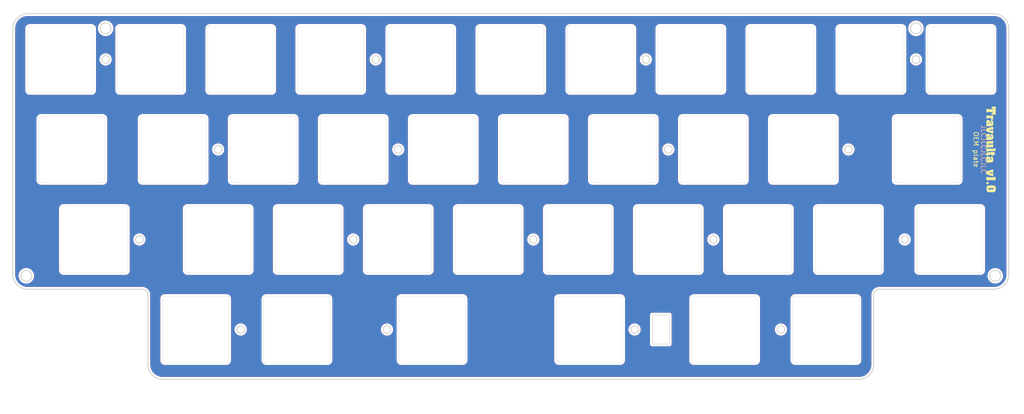
<source format=kicad_pcb>
(kicad_pcb (version 20240108) (generator "pcbnew") (generator_version "8.0")
  (layers (0 "F.Cu" signal) (31 "B.Cu" signal) (34 "B.Paste" user) (35 "F.Paste" user) (36 "B.SilkS" user "B.Silkscreen") (37 "F.SilkS" user "F.Silkscreen") (38 "B.Mask" user) (39 "F.Mask" user) (44 "Edge.Cuts" user))
  (net 0 "")
  (net 1 "GND")
  (footprint "PCM_marbastlib-xp-plate-mx:Plate_MX_1u" (layer "F.Cu") (at 201.6125 95.25)
    (property "Reference" "REF**" (hide yes))
    (property "Value" "Plate_MX_1u")
    (fp_line (start -7 -6.5) (end -7 6.5) (stroke (width 0.05)) (layer "Edge.Cuts"))
    (fp_line (start -6.5 7) (end 6.5 7) (stroke (width 0.05)) (layer "Edge.Cuts"))
    (fp_line (start 6.5 -7) (end -6.5 -7) (stroke (width 0.05)) (layer "Edge.Cuts"))
    (fp_line (start 7 6.5) (end 7 -6.5) (stroke (width 0.05)) (layer "Edge.Cuts"))
    (fp_arc (start -7 -6.5) (mid -6.853553 -6.853553) (end -6.5 -7) (stroke (width 0.05)) (layer "Edge.Cuts"))
    (fp_arc (start -6.497236 6.998884) (mid -6.850789 6.852437) (end -6.997236 6.498884) (stroke (width 0.05)) (layer "Edge.Cuts"))
    (fp_arc (start 6.5 -7) (mid 6.853553 -6.853553) (end 7 -6.5) (stroke (width 0.05)) (layer "Edge.Cuts"))
    (fp_arc (start 7 6.5) (mid 6.853553 6.853553) (end 6.5 7) (stroke (width 0.05)) (layer "Edge.Cuts"))
  )
  (footprint "PCM_marbastlib-xp-plate-mx:Plate_MX_1u" (layer "F.Cu") (at 144.4625 95.25)
    (property "Reference" "REF**" (hide yes))
    (property "Value" "Plate_MX_1u")
    (fp_line (start -7 -6.5) (end -7 6.5) (stroke (width 0.05)) (layer "Edge.Cuts"))
    (fp_line (start -6.5 7) (end 6.5 7) (stroke (width 0.05)) (layer "Edge.Cuts"))
    (fp_line (start 6.5 -7) (end -6.5 -7) (stroke (width 0.05)) (layer "Edge.Cuts"))
    (fp_line (start 7 6.5) (end 7 -6.5) (stroke (width 0.05)) (layer "Edge.Cuts"))
    (fp_arc (start -7 -6.5) (mid -6.853553 -6.853553) (end -6.5 -7) (stroke (width 0.05)) (layer "Edge.Cuts"))
    (fp_arc (start -6.497236 6.998884) (mid -6.850789 6.852437) (end -6.997236 6.498884) (stroke (width 0.05)) (layer "Edge.Cuts"))
    (fp_arc (start 6.5 -7) (mid 6.853553 -6.853553) (end 7 -6.5) (stroke (width 0.05)) (layer "Edge.Cuts"))
    (fp_arc (start 7 6.5) (mid 6.853553 6.853553) (end 6.5 7) (stroke (width 0.05)) (layer "Edge.Cuts"))
  )
  (footprint "PCM_marbastlib-xp-plate-mx:Plate_MX_1u" (layer "F.Cu") (at 211.1375 76.2)
    (property "Reference" "REF**" (hide yes))
    (property "Value" "Plate_MX_1u")
    (fp_line (start -7 -6.5) (end -7 6.5) (stroke (width 0.05)) (layer "Edge.Cuts"))
    (fp_line (start -6.5 7) (end 6.5 7) (stroke (width 0.05)) (layer "Edge.Cuts"))
    (fp_line (start 6.5 -7) (end -6.5 -7) (stroke (width 0.05)) (layer "Edge.Cuts"))
    (fp_line (start 7 6.5) (end 7 -6.5) (stroke (width 0.05)) (layer "Edge.Cuts"))
    (fp_arc (start -7 -6.5) (mid -6.853553 -6.853553) (end -6.5 -7) (stroke (width 0.05)) (layer "Edge.Cuts"))
    (fp_arc (start -6.497236 6.998884) (mid -6.850789 6.852437) (end -6.997236 6.498884) (stroke (width 0.05)) (layer "Edge.Cuts"))
    (fp_arc (start 6.5 -7) (mid 6.853553 -6.853553) (end 7 -6.5) (stroke (width 0.05)) (layer "Edge.Cuts"))
    (fp_arc (start 7 6.5) (mid 6.853553 6.853553) (end 6.5 7) (stroke (width 0.05)) (layer "Edge.Cuts"))
  )
  (footprint "PCM_marbastlib-xp-plate-mx:Plate_MX_1u" (layer "F.Cu") (at 163.5125 95.25)
    (property "Reference" "REF**" (hide yes))
    (property "Value" "Plate_MX_1u")
    (fp_line (start -7 -6.5) (end -7 6.5) (stroke (width 0.05)) (layer "Edge.Cuts"))
    (fp_line (start -6.5 7) (end 6.5 7) (stroke (width 0.05)) (layer "Edge.Cuts"))
    (fp_line (start 6.5 -7) (end -6.5 -7) (stroke (width 0.05)) (layer "Edge.Cuts"))
    (fp_line (start 7 6.5) (end 7 -6.5) (stroke (width 0.05)) (layer "Edge.Cuts"))
    (fp_arc (start -7 -6.5) (mid -6.853553 -6.853553) (end -6.5 -7) (stroke (width 0.05)) (layer "Edge.Cuts"))
    (fp_arc (start -6.497236 6.998884) (mid -6.850789 6.852437) (end -6.997236 6.498884) (stroke (width 0.05)) (layer "Edge.Cuts"))
    (fp_arc (start 6.5 -7) (mid 6.853553 -6.853553) (end 7 -6.5) (stroke (width 0.05)) (layer "Edge.Cuts"))
    (fp_arc (start 7 6.5) (mid 6.853553 6.853553) (end 6.5 7) (stroke (width 0.05)) (layer "Edge.Cuts"))
  )
  (footprint "PCM_marbastlib-xp-plate-mx:Plate_MX_1u" (layer "F.Cu") (at 111.125 57.15)
    (property "Reference" "REF**" (hide yes))
    (property "Value" "Plate_MX_1u")
    (fp_line (start -7 -6.5) (end -7 6.5) (stroke (width 0.05)) (layer "Edge.Cuts"))
    (fp_line (start -6.5 7) (end 6.5 7) (stroke (width 0.05)) (layer "Edge.Cuts"))
    (fp_line (start 6.5 -7) (end -6.5 -7) (stroke (width 0.05)) (layer "Edge.Cuts"))
    (fp_line (start 7 6.5) (end 7 -6.5) (stroke (width 0.05)) (layer "Edge.Cuts"))
    (fp_arc (start -7 -6.5) (mid -6.853553 -6.853553) (end -6.5 -7) (stroke (width 0.05)) (layer "Edge.Cuts"))
    (fp_arc (start -6.497236 6.998884) (mid -6.850789 6.852437) (end -6.997236 6.498884) (stroke (width 0.05)) (layer "Edge.Cuts"))
    (fp_arc (start 6.5 -7) (mid 6.853553 -6.853553) (end 7 -6.5) (stroke (width 0.05)) (layer "Edge.Cuts"))
    (fp_arc (start 7 6.5) (mid 6.853553 6.853553) (end 6.5 7) (stroke (width 0.05)) (layer "Edge.Cuts"))
  )
  (footprint "PCM_marbastlib-xp-plate-mx:Plate_MX_1u" (layer "F.Cu") (at 225.425 57.15)
    (property "Reference" "REF**" (hide yes))
    (property "Value" "Plate_MX_1u")
    (fp_line (start -7 -6.5) (end -7 6.5) (stroke (width 0.05)) (layer "Edge.Cuts"))
    (fp_line (start -6.5 7) (end 6.5 7) (stroke (width 0.05)) (layer "Edge.Cuts"))
    (fp_line (start 6.5 -7) (end -6.5 -7) (stroke (width 0.05)) (layer "Edge.Cuts"))
    (fp_line (start 7 6.5) (end 7 -6.5) (stroke (width 0.05)) (layer "Edge.Cuts"))
    (fp_arc (start -7 -6.5) (mid -6.853553 -6.853553) (end -6.5 -7) (stroke (width 0.05)) (layer "Edge.Cuts"))
    (fp_arc (start -6.497236 6.998884) (mid -6.850789 6.852437) (end -6.997236 6.498884) (stroke (width 0.05)) (layer "Edge.Cuts"))
    (fp_arc (start 6.5 -7) (mid 6.853553 -6.853553) (end 7 -6.5) (stroke (width 0.05)) (layer "Edge.Cuts"))
    (fp_arc (start 7 6.5) (mid 6.853553 6.853553) (end 6.5 7) (stroke (width 0.05)) (layer "Edge.Cuts"))
  )
  (footprint "PCM_marbastlib-xp-plate-mx:Plate_MX_1u" (layer "F.Cu") (at 187.325 57.15)
    (property "Reference" "REF**" (hide yes))
    (property "Value" "Plate_MX_1u")
    (fp_line (start -7 -6.5) (end -7 6.5) (stroke (width 0.05)) (layer "Edge.Cuts"))
    (fp_line (start -6.5 7) (end 6.5 7) (stroke (width 0.05)) (layer "Edge.Cuts"))
    (fp_line (start 6.5 -7) (end -6.5 -7) (stroke (width 0.05)) (layer "Edge.Cuts"))
    (fp_line (start 7 6.5) (end 7 -6.5) (stroke (width 0.05)) (layer "Edge.Cuts"))
    (fp_arc (start -7 -6.5) (mid -6.853553 -6.853553) (end -6.5 -7) (stroke (width 0.05)) (layer "Edge.Cuts"))
    (fp_arc (start -6.497236 6.998884) (mid -6.850789 6.852437) (end -6.997236 6.498884) (stroke (width 0.05)) (layer "Edge.Cuts"))
    (fp_arc (start 6.5 -7) (mid 6.853553 -6.853553) (end 7 -6.5) (stroke (width 0.05)) (layer "Edge.Cuts"))
    (fp_arc (start 7 6.5) (mid 6.853553 6.853553) (end 6.5 7) (stroke (width 0.05)) (layer "Edge.Cuts"))
  )
  (footprint "PCM_marbastlib-xp-plate-mx:Plate_MX_1u" (layer "F.Cu") (at 165.89375 114.3)
    (property "Reference" "REF**" (hide yes))
    (property "Value" "Plate_MX_1u")
    (fp_line (start -7 -6.5) (end -7 6.5) (stroke (width 0.05)) (layer "Edge.Cuts"))
    (fp_line (start -6.5 7) (end 6.5 7) (stroke (width 0.05)) (layer "Edge.Cuts"))
    (fp_line (start 6.5 -7) (end -6.5 -7) (stroke (width 0.05)) (layer "Edge.Cuts"))
    (fp_line (start 7 6.5) (end 7 -6.5) (stroke (width 0.05)) (layer "Edge.Cuts"))
    (fp_arc (start -7 -6.5) (mid -6.853553 -6.853553) (end -6.5 -7) (stroke (width 0.05)) (layer "Edge.Cuts"))
    (fp_arc (start -6.497236 6.998884) (mid -6.850789 6.852437) (end -6.997236 6.498884) (stroke (width 0.05)) (layer "Edge.Cuts"))
    (fp_arc (start 6.5 -7) (mid 6.853553 -6.853553) (end 7 -6.5) (stroke (width 0.05)) (layer "Edge.Cuts"))
    (fp_arc (start 7 6.5) (mid 6.853553 6.853553) (end 6.5 7) (stroke (width 0.05)) (layer "Edge.Cuts"))
  )
  (footprint "PCM_marbastlib-xp-plate-mx:Plate_MX_1u" (layer "F.Cu") (at 87.3125 95.25)
    (property "Reference" "REF**" (hide yes))
    (property "Value" "Plate_MX_1u")
    (fp_line (start -7 -6.5) (end -7 6.5) (stroke (width 0.05)) (layer "Edge.Cuts"))
    (fp_line (start -6.5 7) (end 6.5 7) (stroke (width 0.05)) (layer "Edge.Cuts"))
    (fp_line (start 6.5 -7) (end -6.5 -7) (stroke (width 0.05)) (layer "Edge.Cuts"))
    (fp_line (start 7 6.5) (end 7 -6.5) (stroke (width 0.05)) (layer "Edge.Cuts"))
    (fp_arc (start -7 -6.5) (mid -6.853553 -6.853553) (end -6.5 -7) (stroke (width 0.05)) (layer "Edge.Cuts"))
    (fp_arc (start -6.497236 6.998884) (mid -6.850789 6.852437) (end -6.997236 6.498884) (stroke (width 0.05)) (layer "Edge.Cuts"))
    (fp_arc (start 6.5 -7) (mid 6.853553 -6.853553) (end 7 -6.5) (stroke (width 0.05)) (layer "Edge.Cuts"))
    (fp_arc (start 7 6.5) (mid 6.853553 6.853553) (end 6.5 7) (stroke (width 0.05)) (layer "Edge.Cuts"))
  )
  (footprint "PCM_marbastlib-xp-plate-mx:Plate_MX_1u" (layer "F.Cu") (at 103.98125 114.3)
    (property "Reference" "REF**" (hide yes))
    (property "Value" "Plate_MX_1u")
    (fp_line (start -7 -6.5) (end -7 6.5) (stroke (width 0.05)) (layer "Edge.Cuts"))
    (fp_line (start -6.5 7) (end 6.5 7) (stroke (width 0.05)) (layer "Edge.Cuts"))
    (fp_line (start 6.5 -7) (end -6.5 -7) (stroke (width 0.05)) (layer "Edge.Cuts"))
    (fp_line (start 7 6.5) (end 7 -6.5) (stroke (width 0.05)) (layer "Edge.Cuts"))
    (fp_arc (start -7 -6.5) (mid -6.853553 -6.853553) (end -6.5 -7) (stroke (width 0.05)) (layer "Edge.Cuts"))
    (fp_arc (start -6.497236 6.998884) (mid -6.850789 6.852437) (end -6.997236 6.498884) (stroke (width 0.05)) (layer "Edge.Cuts"))
    (fp_arc (start 6.5 -7) (mid 6.853553 -6.853553) (end 7 -6.5) (stroke (width 0.05)) (layer "Edge.Cuts"))
    (fp_arc (start 7 6.5) (mid 6.853553 6.853553) (end 6.5 7) (stroke (width 0.05)) (layer "Edge.Cuts"))
  )
  (footprint "PCM_marbastlib-xp-plate-mx:Plate_MX_1u" (layer "F.Cu") (at 61.11875 95.25)
    (property "Reference" "REF**" (hide yes))
    (property "Value" "Plate_MX_1u")
    (fp_line (start -7 -6.5) (end -7 6.5) (stroke (width 0.05)) (layer "Edge.Cuts"))
    (fp_line (start -6.5 7) (end 6.5 7) (stroke (width 0.05)) (layer "Edge.Cuts"))
    (fp_line (start 6.5 -7) (end -6.5 -7) (stroke (width 0.05)) (layer "Edge.Cuts"))
    (fp_line (start 7 6.5) (end 7 -6.5) (stroke (width 0.05)) (layer "Edge.Cuts"))
    (fp_arc (start -7 -6.5) (mid -6.853553 -6.853553) (end -6.5 -7) (stroke (width 0.05)) (layer "Edge.Cuts"))
    (fp_arc (start -6.497236 6.998884) (mid -6.850789 6.852437) (end -6.997236 6.498884) (stroke (width 0.05)) (layer "Edge.Cuts"))
    (fp_arc (start 6.5 -7) (mid 6.853553 -6.853553) (end 7 -6.5) (stroke (width 0.05)) (layer "Edge.Cuts"))
    (fp_arc (start 7 6.5) (mid 6.853553 6.853553) (end 6.5 7) (stroke (width 0.05)) (layer "Edge.Cuts"))
  )
  (footprint "PCM_marbastlib-xp-plate-mx:Plate_MX_1u" (layer "F.Cu") (at 149.225 57.15)
    (property "Reference" "REF**" (hide yes))
    (property "Value" "Plate_MX_1u")
    (fp_line (start -7 -6.5) (end -7 6.5) (stroke (width 0.05)) (layer "Edge.Cuts"))
    (fp_line (start -6.5 7) (end 6.5 7) (stroke (width 0.05)) (layer "Edge.Cuts"))
    (fp_line (start 6.5 -7) (end -6.5 -7) (stroke (width 0.05)) (layer "Edge.Cuts"))
    (fp_line (start 7 6.5) (end 7 -6.5) (stroke (width 0.05)) (layer "Edge.Cuts"))
    (fp_arc (start -7 -6.5) (mid -6.853553 -6.853553) (end -6.5 -7) (stroke (width 0.05)) (layer "Edge.Cuts"))
    (fp_arc (start -6.497236 6.998884) (mid -6.850789 6.852437) (end -6.997236 6.498884) (stroke (width 0.05)) (layer "Edge.Cuts"))
    (fp_arc (start 6.5 -7) (mid 6.853553 -6.853553) (end 7 -6.5) (stroke (width 0.05)) (layer "Edge.Cuts"))
    (fp_arc (start 7 6.5) (mid 6.853553 6.853553) (end 6.5 7) (stroke (width 0.05)) (layer "Edge.Cuts"))
  )
  (footprint "PCM_marbastlib-xp-plate-mx:Plate_MX_1u" (layer "F.Cu") (at 237.33125 76.2)
    (property "Reference" "REF**" (hide yes))
    (property "Value" "Plate_MX_1u")
    (fp_line (start -7 -6.5) (end -7 6.5) (stroke (width 0.05)) (layer "Edge.Cuts"))
    (fp_line (start -6.5 7) (end 6.5 7) (stroke (width 0.05)) (layer "Edge.Cuts"))
    (fp_line (start 6.5 -7) (end -6.5 -7) (stroke (width 0.05)) (layer "Edge.Cuts"))
    (fp_line (start 7 6.5) (end 7 -6.5) (stroke (width 0.05)) (layer "Edge.Cuts"))
    (fp_arc (start -7 -6.5) (mid -6.853553 -6.853553) (end -6.5 -7) (stroke (width 0.05)) (layer "Edge.Cuts"))
    (fp_arc (start -6.497236 6.998884) (mid -6.850789 6.852437) (end -6.997236 6.498884) (stroke (width 0.05)) (layer "Edge.Cuts"))
    (fp_arc (start 6.5 -7) (mid 6.853553 -6.853553) (end 7 -6.5) (stroke (width 0.05)) (layer "Edge.Cuts"))
    (fp_arc (start 7 6.5) (mid 6.853553 6.853553) (end 6.5 7) (stroke (width 0.05)) (layer "Edge.Cuts"))
  )
  (footprint "PCM_marbastlib-xp-plate-mx:Plate_MX_1u" (layer "F.Cu") (at 220.6625 95.25)
    (property "Reference" "REF**" (hide yes))
    (property "Value" "Plate_MX_1u")
    (fp_line (start -7 -6.5) (end -7 6.5) (stroke (width 0.05)) (layer "Edge.Cuts"))
    (fp_line (start -6.5 7) (end 6.5 7) (stroke (width 0.05)) (layer "Edge.Cuts"))
    (fp_line (start 6.5 -7) (end -6.5 -7) (stroke (width 0.05)) (layer "Edge.Cuts"))
    (fp_line (start 7 6.5) (end 7 -6.5) (stroke (width 0.05)) (layer "Edge.Cuts"))
    (fp_arc (start -7 -6.5) (mid -6.853553 -6.853553) (end -6.5 -7) (stroke (width 0.05)) (layer "Edge.Cuts"))
    (fp_arc (start -6.497236 6.998884) (mid -6.850789 6.852437) (end -6.997236 6.498884) (stroke (width 0.05)) (layer "Edge.Cuts"))
    (fp_arc (start 6.5 -7) (mid 6.853553 -6.853553) (end 7 -6.5) (stroke (width 0.05)) (layer "Edge.Cuts"))
    (fp_arc (start 7 6.5) (mid 6.853553 6.853553) (end 6.5 7) (stroke (width 0.05)) (layer "Edge.Cuts"))
  )
  (footprint "PCM_marbastlib-xp-plate-mx:Plate_MX_1u" (layer "F.Cu") (at 192.0875 76.2)
    (property "Reference" "REF**" (hide yes))
    (property "Value" "Plate_MX_1u")
    (fp_line (start -7 -6.5) (end -7 6.5) (stroke (width 0.05)) (layer "Edge.Cuts"))
    (fp_line (start -6.5 7) (end 6.5 7) (stroke (width 0.05)) (layer "Edge.Cuts"))
    (fp_line (start 6.5 -7) (end -6.5 -7) (stroke (width 0.05)) (layer "Edge.Cuts"))
    (fp_line (start 7 6.5) (end 7 -6.5) (stroke (width 0.05)) (layer "Edge.Cuts"))
    (fp_arc (start -7 -6.5) (mid -6.853553 -6.853553) (end -6.5 -7) (stroke (width 0.05)) (layer "Edge.Cuts"))
    (fp_arc (start -6.497236 6.998884) (mid -6.850789 6.852437) (end -6.997236 6.498884) (stroke (width 0.05)) (layer "Edge.Cuts"))
    (fp_arc (start 6.5 -7) (mid 6.853553 -6.853553) (end 7 -6.5) (stroke (width 0.05)) (layer "Edge.Cuts"))
    (fp_arc (start 7 6.5) (mid 6.853553 6.853553) (end 6.5 7) (stroke (width 0.05)) (layer "Edge.Cuts"))
  )
  (footprint "PCM_marbastlib-xp-plate-mx:Plate_MX_1u" (layer "F.Cu") (at 92.075 57.15)
    (property "Reference" "REF**" (hide yes))
    (property "Value" "Plate_MX_1u")
    (fp_line (start -7 -6.5) (end -7 6.5) (stroke (width 0.05)) (layer "Edge.Cuts"))
    (fp_line (start -6.5 7) (end 6.5 7) (stroke (width 0.05)) (layer "Edge.Cuts"))
    (fp_line (start 6.5 -7) (end -6.5 -7) (stroke (width 0.05)) (layer "Edge.Cuts"))
    (fp_line (start 7 6.5) (end 7 -6.5) (stroke (width 0.05)) (layer "Edge.Cuts"))
    (fp_arc (start -7 -6.5) (mid -6.853553 -6.853553) (end -6.5 -7) (stroke (width 0.05)) (layer "Edge.Cuts"))
    (fp_arc (start -6.497236 6.998884) (mid -6.850789 6.852437) (end -6.997236 6.498884) (stroke (width 0.05)) (layer "Edge.Cuts"))
    (fp_arc (start 6.5 -7) (mid 6.853553 -6.853553) (end 7 -6.5) (stroke (width 0.05)) (layer "Edge.Cuts"))
    (fp_arc (start 7 6.5) (mid 6.853553 6.853553) (end 6.5 7) (stroke (width 0.05)) (layer "Edge.Cuts"))
  )
  (footprint "PCM_marbastlib-xp-plate-mx:Plate_MX_1u" (layer "F.Cu") (at 125.4125 95.25)
    (property "Reference" "REF**" (hide yes))
    (property "Value" "Plate_MX_1u")
    (fp_line (start -7 -6.5) (end -7 6.5) (stroke (width 0.05)) (layer "Edge.Cuts"))
    (fp_line (start -6.5 7) (end 6.5 7) (stroke (width 0.05)) (layer "Edge.Cuts"))
    (fp_line (start 6.5 -7) (end -6.5 -7) (stroke (width 0.05)) (layer "Edge.Cuts"))
    (fp_line (start 7 6.5) (end 7 -6.5) (stroke (width 0.05)) (layer "Edge.Cuts"))
    (fp_arc (start -7 -6.5) (mid -6.853553 -6.853553) (end -6.5 -7) (stroke (width 0.05)) (layer "Edge.Cuts"))
    (fp_arc (start -6.497236 6.998884) (mid -6.850789 6.852437) (end -6.997236 6.498884) (stroke (width 0.05)) (layer "Edge.Cuts"))
    (fp_arc (start 6.5 -7) (mid 6.853553 -6.853553) (end 7 -6.5) (stroke (width 0.05)) (layer "Edge.Cuts"))
    (fp_arc (start 7 6.5) (mid 6.853553 6.853553) (end 6.5 7) (stroke (width 0.05)) (layer "Edge.Cuts"))
  )
  (footprint "PCM_marbastlib-xp-plate-mx:Plate_MX_1u" (layer "F.Cu") (at 115.8875 76.2)
    (property "Reference" "REF**" (hide yes))
    (property "Value" "Plate_MX_1u")
    (fp_line (start -7 -6.5) (end -7 6.5) (stroke (width 0.05)) (layer "Edge.Cuts"))
    (fp_line (start -6.5 7) (end 6.5 7) (stroke (width 0.05)) (layer "Edge.Cuts"))
    (fp_line (start 6.5 -7) (end -6.5 -7) (stroke (width 0.05)) (layer "Edge.Cuts"))
    (fp_line (start 7 6.5) (end 7 -6.5) (stroke (width 0.05)) (layer "Edge.Cuts"))
    (fp_arc (start -7 -6.5) (mid -6.853553 -6.853553) (end -6.5 -7) (stroke (width 0.05)) (layer "Edge.Cuts"))
    (fp_arc (start -6.497236 6.998884) (mid -6.850789 6.852437) (end -6.997236 6.498884) (stroke (width 0.05)) (layer "Edge.Cuts"))
    (fp_arc (start 6.5 -7) (mid 6.853553 -6.853553) (end 7 -6.5) (stroke (width 0.05)) (layer "Edge.Cuts"))
    (fp_arc (start 7 6.5) (mid 6.853553 6.853553) (end 6.5 7) (stroke (width 0.05)) (layer "Edge.Cuts"))
  )
  (footprint "PCM_marbastlib-xp-plate-mx:Plate_MX_1u" (layer "F.Cu") (at 168.275 57.15)
    (property "Reference" "REF**" (hide yes))
    (property "Value" "Plate_MX_1u")
    (fp_line (start -7 -6.5) (end -7 6.5) (stroke (width 0.05)) (layer "Edge.Cuts"))
    (fp_line (start -6.5 7) (end 6.5 7) (stroke (width 0.05)) (layer "Edge.Cuts"))
    (fp_line (start 6.5 -7) (end -6.5 -7) (stroke (width 0.05)) (layer "Edge.Cuts"))
    (fp_line (start 7 6.5) (end 7 -6.5) (stroke (width 0.05)) (layer "Edge.Cuts"))
    (fp_arc (start -7 -6.5) (mid -6.853553 -6.853553) (end -6.5 -7) (stroke (width 0.05)) (layer "Edge.Cuts"))
    (fp_arc (start -6.497236 6.998884) (mid -6.850789 6.852437) (end -6.997236 6.498884) (stroke (width 0.05)) (layer "Edge.Cuts"))
    (fp_arc (start 6.5 -7) (mid 6.853553 -6.853553) (end 7 -6.5) (stroke (width 0.05)) (layer "Edge.Cuts"))
    (fp_arc (start 7 6.5) (mid 6.853553 6.853553) (end 6.5 7) (stroke (width 0.05)) (layer "Edge.Cuts"))
  )
  (footprint "PCM_marbastlib-xp-plate-mx:Plate_MX_1u" (layer "F.Cu") (at 134.9375 76.2)
    (property "Reference" "REF**" (hide yes))
    (property "Value" "Plate_MX_1u")
    (fp_line (start -7 -6.5) (end -7 6.5) (stroke (width 0.05)) (layer "Edge.Cuts"))
    (fp_line (start -6.5 7) (end 6.5 7) (stroke (width 0.05)) (layer "Edge.Cuts"))
    (fp_line (start 6.5 -7) (end -6.5 -7) (stroke (width 0.05)) (layer "Edge.Cuts"))
    (fp_line (start 7 6.5) (end 7 -6.5) (stroke (width 0.05)) (layer "Edge.Cuts"))
    (fp_arc (start -7 -6.5) (mid -6.853553 -6.853553) (end -6.5 -7) (stroke (width 0.05)) (layer "Edge.Cuts"))
    (fp_arc (start -6.497236 6.998884) (mid -6.850789 6.852437) (end -6.997236 6.498884) (stroke (width 0.05)) (layer "Edge.Cuts"))
    (fp_arc (start 6.5 -7) (mid 6.853553 -6.853553) (end 7 -6.5) (stroke (width 0.05)) (layer "Edge.Cuts"))
    (fp_arc (start 7 6.5) (mid 6.853553 6.853553) (end 6.5 7) (stroke (width 0.05)) (layer "Edge.Cuts"))
  )
  (footprint "PCM_marbastlib-xp-plate-mx:Plate_MX_1u" (layer "F.Cu") (at 173.0375 76.2)
    (property "Reference" "REF**" (hide yes))
    (property "Value" "Plate_MX_1u")
    (fp_line (start -7 -6.5) (end -7 6.5) (stroke (width 0.05)) (layer "Edge.Cuts"))
    (fp_line (start -6.5 7) (end 6.5 7) (stroke (width 0.05)) (layer "Edge.Cuts"))
    (fp_line (start 6.5 -7) (end -6.5 -7) (stroke (width 0.05)) (layer "Edge.Cuts"))
    (fp_line (start 7 6.5) (end 7 -6.5) (stroke (width 0.05)) (layer "Edge.Cuts"))
    (fp_arc (start -7 -6.5) (mid -6.853553 -6.853553) (end -6.5 -7) (stroke (width 0.05)) (layer "Edge.Cuts"))
    (fp_arc (start -6.497236 6.998884) (mid -6.850789 6.852437) (end -6.997236 6.498884) (stroke (width 0.05)) (layer "Edge.Cuts"))
    (fp_arc (start 6.5 -7) (mid 6.853553 -6.853553) (end 7 -6.5) (stroke (width 0.05)) (layer "Edge.Cuts"))
    (fp_arc (start 7 6.5) (mid 6.853553 6.853553) (end 6.5 7) (stroke (width 0.05)) (layer "Edge.Cuts"))
  )
  (footprint "PCM_marbastlib-xp-plate-mx:Plate_MX_1u" (layer "F.Cu") (at 96.8375 76.2)
    (property "Reference" "REF**" (hide yes))
    (property "Value" "Plate_MX_1u")
    (fp_line (start -7 -6.5) (end -7 6.5) (stroke (width 0.05)) (layer "Edge.Cuts"))
    (fp_line (start -6.5 7) (end 6.5 7) (stroke (width 0.05)) (layer "Edge.Cuts"))
    (fp_line (start 6.5 -7) (end -6.5 -7) (stroke (width 0.05)) (layer "Edge.Cuts"))
    (fp_line (start 7 6.5) (end 7 -6.5) (stroke (width 0.05)) (layer "Edge.Cuts"))
    (fp_arc (start -7 -6.5) (mid -6.853553 -6.853553) (end -6.5 -7) (stroke (width 0.05)) (layer "Edge.Cuts"))
    (fp_arc (start -6.497236 6.998884) (mid -6.850789 6.852437) (end -6.997236 6.498884) (stroke (width 0.05)) (layer "Edge.Cuts"))
    (fp_arc (start 6.5 -7) (mid 6.853553 -6.853553) (end 7 -6.5) (stroke (width 0.05)) (layer "Edge.Cuts"))
    (fp_arc (start 7 6.5) (mid 6.853553 6.853553) (end 6.5 7) (stroke (width 0.05)) (layer "Edge.Cuts"))
  )
  (footprint "LOGO" (layer "F.Cu") (at 250.825 76.2 -90)
    (property "Reference" "G***" (hide yes))
    (property "Value" "LOGO" (hide yes))
  )
  (footprint "PCM_marbastlib-xp-plate-mx:Plate_MX_1u" (layer "F.Cu") (at 53.975 57.15)
    (property "Reference" "REF**" (hide yes))
    (property "Value" "Plate_MX_1u")
    (fp_line (start -7 -6.5) (end -7 6.5) (stroke (width 0.05)) (layer "Edge.Cuts"))
    (fp_line (start -6.5 7) (end 6.5 7) (stroke (width 0.05)) (layer "Edge.Cuts"))
    (fp_line (start 6.5 -7) (end -6.5 -7) (stroke (width 0.05)) (layer "Edge.Cuts"))
    (fp_line (start 7 6.5) (end 7 -6.5) (stroke (width 0.05)) (layer "Edge.Cuts"))
    (fp_arc (start -7 -6.5) (mid -6.853553 -6.853553) (end -6.5 -7) (stroke (width 0.05)) (layer "Edge.Cuts"))
    (fp_arc (start -6.497236 6.998884) (mid -6.850789 6.852437) (end -6.997236 6.498884) (stroke (width 0.05)) (layer "Edge.Cuts"))
    (fp_arc (start 6.5 -7) (mid 6.853553 -6.853553) (end 7 -6.5) (stroke (width 0.05)) (layer "Edge.Cuts"))
    (fp_arc (start 7 6.5) (mid 6.853553 6.853553) (end 6.5 7) (stroke (width 0.05)) (layer "Edge.Cuts"))
  )
  (footprint "PCM_marbastlib-xp-plate-mx:Plate_MX_1u" (layer "F.Cu") (at 215.9 114.3)
    (property "Reference" "REF**" (hide yes))
    (property "Value" "Plate_MX_1u")
    (fp_line (start -7 -6.5) (end -7 6.5) (stroke (width 0.05)) (layer "Edge.Cuts"))
    (fp_line (start -6.5 7) (end 6.5 7) (stroke (width 0.05)) (layer "Edge.Cuts"))
    (fp_line (start 6.5 -7) (end -6.5 -7) (stroke (width 0.05)) (layer "Edge.Cuts"))
    (fp_line (start 7 6.5) (end 7 -6.5) (stroke (width 0.05)) (layer "Edge.Cuts"))
    (fp_arc (start -7 -6.5) (mid -6.853553 -6.853553) (end -6.5 -7) (stroke (width 0.05)) (layer "Edge.Cuts"))
    (fp_arc (start -6.497236 6.998884) (mid -6.850789 6.852437) (end -6.997236 6.498884) (stroke (width 0.05)) (layer "Edge.Cuts"))
    (fp_arc (start 6.5 -7) (mid 6.853553 -6.853553) (end 7 -6.5) (stroke (width 0.05)) (layer "Edge.Cuts"))
    (fp_arc (start 7 6.5) (mid 6.853553 6.853553) (end 6.5 7) (stroke (width 0.05)) (layer "Edge.Cuts"))
  )
  (footprint "PCM_marbastlib-xp-plate-mx:Plate_MX_1u" (layer "F.Cu") (at 77.7875 76.2)
    (property "Reference" "REF**" (hide yes))
    (property "Value" "Plate_MX_1u")
    (fp_line (start -7 -6.5) (end -7 6.5) (stroke (width 0.05)) (layer "Edge.Cuts"))
    (fp_line (start -6.5 7) (end 6.5 7) (stroke (width 0.05)) (layer "Edge.Cuts"))
    (fp_line (start 6.5 -7) (end -6.5 -7) (stroke (width 0.05)) (layer "Edge.Cuts"))
    (fp_line (start 7 6.5) (end 7 -6.5) (stroke (width 0.05)) (layer "Edge.Cuts"))
    (fp_arc (start -7 -6.5) (mid -6.853553 -6.853553) (end -6.5 -7) (stroke (width 0.05)) (layer "Edge.Cuts"))
    (fp_arc (start -6.497236 6.998884) (mid -6.850789 6.852437) (end -6.997236 6.498884) (stroke (width 0.05)) (layer "Edge.Cuts"))
    (fp_arc (start 6.5 -7) (mid 6.853553 -6.853553) (end 7 -6.5) (stroke (width 0.05)) (layer "Edge.Cuts"))
    (fp_arc (start 7 6.5) (mid 6.853553 6.853553) (end 6.5 7) (stroke (width 0.05)) (layer "Edge.Cuts"))
  )
  (footprint "PCM_marbastlib-xp-plate-mx:Plate_MX_1u" (layer "F.Cu") (at 130.175 57.15)
    (property "Reference" "REF**" (hide yes))
    (property "Value" "Plate_MX_1u")
    (fp_line (start -7 -6.5) (end -7 6.5) (stroke (width 0.05)) (layer "Edge.Cuts"))
    (fp_line (start -6.5 7) (end 6.5 7) (stroke (width 0.05)) (layer "Edge.Cuts"))
    (fp_line (start 6.5 -7) (end -6.5 -7) (stroke (width 0.05)) (layer "Edge.Cuts"))
    (fp_line (start 7 6.5) (end 7 -6.5) (stroke (width 0.05)) (layer "Edge.Cuts"))
    (fp_arc (start -7 -6.5) (mid -6.853553 -6.853553) (end -6.5 -7) (stroke (width 0.05)) (layer "Edge.Cuts"))
    (fp_arc (start -6.497236 6.998884) (mid -6.850789 6.852437) (end -6.997236 6.498884) (stroke (width 0.05)) (layer "Edge.Cuts"))
    (fp_arc (start 6.5 -7) (mid 6.853553 -6.853553) (end 7 -6.5) (stroke (width 0.05)) (layer "Edge.Cuts"))
    (fp_arc (start 7 6.5) (mid 6.853553 6.853553) (end 6.5 7) (stroke (width 0.05)) (layer "Edge.Cuts"))
  )
  (footprint "PCM_marbastlib-xp-plate-mx:Plate_MX_1u" (layer "F.Cu") (at 242.09375 95.25)
    (property "Reference" "REF**" (hide yes))
    (property "Value" "Plate_MX_1u")
    (fp_line (start -7 -6.5) (end -7 6.5) (stroke (width 0.05)) (layer "Edge.Cuts"))
    (fp_line (start -6.5 7) (end 6.5 7) (stroke (width 0.05)) (layer "Edge.Cuts"))
    (fp_line (start 6.5 -7) (end -6.5 -7) (stroke (width 0.05)) (layer "Edge.Cuts"))
    (fp_line (start 7 6.5) (end 7 -6.5) (stroke (width 0.05)) (layer "Edge.Cuts"))
    (fp_arc (start -7 -6.5) (mid -6.853553 -6.853553) (end -6.5 -7) (stroke (width 0.05)) (layer "Edge.Cuts"))
    (fp_arc (start -6.497236 6.998884) (mid -6.850789 6.852437) (end -6.997236 6.498884) (stroke (width 0.05)) (layer "Edge.Cuts"))
    (fp_arc (start 6.5 -7) (mid 6.853553 -6.853553) (end 7 -6.5) (stroke (width 0.05)) (layer "Edge.Cuts"))
    (fp_arc (start 7 6.5) (mid 6.853553 6.853553) (end 6.5 7) (stroke (width 0.05)) (layer "Edge.Cuts"))
  )
  (footprint "PCM_marbastlib-xp-plate-mx:Plate_MX_1u" (layer "F.Cu") (at 194.46875 114.3)
    (property "Reference" "REF**" (hide yes))
    (property "Value" "Plate_MX_1u")
    (fp_line (start -7 -6.5) (end -7 6.5) (stroke (width 0.05)) (layer "Edge.Cuts"))
    (fp_line (start -6.5 7) (end 6.5 7) (stroke (width 0.05)) (layer "Edge.Cuts"))
    (fp_line (start 6.5 -7) (end -6.5 -7) (stroke (width 0.05)) (layer "Edge.Cuts"))
    (fp_line (start 7 6.5) (end 7 -6.5) (stroke (width 0.05)) (layer "Edge.Cuts"))
    (fp_arc (start -7 -6.5) (mid -6.853553 -6.853553) (end -6.5 -7) (stroke (width 0.05)) (layer "Edge.Cuts"))
    (fp_arc (start -6.497236 6.998884) (mid -6.850789 6.852437) (end -6.997236 6.498884) (stroke (width 0.05)) (layer "Edge.Cuts"))
    (fp_arc (start 6.5 -7) (mid 6.853553 -6.853553) (end 7 -6.5) (stroke (width 0.05)) (layer "Edge.Cuts"))
    (fp_arc (start 7 6.5) (mid 6.853553 6.853553) (end 6.5 7) (stroke (width 0.05)) (layer "Edge.Cuts"))
  )
  (footprint "PCM_marbastlib-xp-plate-mx:Plate_MX_1u" (layer "F.Cu") (at 153.9875 76.2)
    (property "Reference" "REF**" (hide yes))
    (property "Value" "Plate_MX_1u")
    (fp_line (start -7 -6.5) (end -7 6.5) (stroke (width 0.05)) (layer "Edge.Cuts"))
    (fp_line (start -6.5 7) (end 6.5 7) (stroke (width 0.05)) (layer "Edge.Cuts"))
    (fp_line (start 6.5 -7) (end -6.5 -7) (stroke (width 0.05)) (layer "Edge.Cuts"))
    (fp_line (start 7 6.5) (end 7 -6.5) (stroke (width 0.05)) (layer "Edge.Cuts"))
    (fp_arc (start -7 -6.5) (mid -6.853553 -6.853553) (end -6.5 -7) (stroke (width 0.05)) (layer "Edge.Cuts"))
    (fp_arc (start -6.497236 6.998884) (mid -6.850789 6.852437) (end -6.997236 6.498884) (stroke (width 0.05)) (layer "Edge.Cuts"))
    (fp_arc (start 6.5 -7) (mid 6.853553 -6.853553) (end 7 -6.5) (stroke (width 0.05)) (layer "Edge.Cuts"))
    (fp_arc (start 7 6.5) (mid 6.853553 6.853553) (end 6.5 7) (stroke (width 0.05)) (layer "Edge.Cuts"))
  )
  (footprint "PCM_marbastlib-xp-plate-mx:Plate_MX_1u" (layer "F.Cu") (at 182.5625 95.25)
    (property "Reference" "REF**" (hide yes))
    (property "Value" "Plate_MX_1u")
    (fp_line (start -7 -6.5) (end -7 6.5) (stroke (width 0.05)) (layer "Edge.Cuts"))
    (fp_line (start -6.5 7) (end 6.5 7) (stroke (width 0.05)) (layer "Edge.Cuts"))
    (fp_line (start 6.5 -7) (end -6.5 -7) (stroke (width 0.05)) (layer "Edge.Cuts"))
    (fp_line (start 7 6.5) (end 7 -6.5) (stroke (width 0.05)) (layer "Edge.Cuts"))
    (fp_arc (start -7 -6.5) (mid -6.853553 -6.853553) (end -6.5 -7) (stroke (width 0.05)) (layer "Edge.Cuts"))
    (fp_arc (start -6.497236 6.998884) (mid -6.850789 6.852437) (end -6.997236 6.498884) (stroke (width 0.05)) (layer "Edge.Cuts"))
    (fp_arc (start 6.5 -7) (mid 6.853553 -6.853553) (end 7 -6.5) (stroke (width 0.05)) (layer "Edge.Cuts"))
    (fp_arc (start 7 6.5) (mid 6.853553 6.853553) (end 6.5 7) (stroke (width 0.05)) (layer "Edge.Cuts"))
  )
  (footprint "PCM_marbastlib-xp-plate-mx:Plate_MX_1u" (layer "F.Cu") (at 106.3625 95.25)
    (property "Reference" "REF**" (hide yes))
    (property "Value" "Plate_MX_1u")
    (fp_line (start -7 -6.5) (end -7 6.5) (stroke (width 0.05)) (layer "Edge.Cuts"))
    (fp_line (start -6.5 7) (end 6.5 7) (stroke (width 0.05)) (layer "Edge.Cuts"))
    (fp_line (start 6.5 -7) (end -6.5 -7) (stroke (width 0.05)) (layer "Edge.Cuts"))
    (fp_line (start 7 6.5) (end 7 -6.5) (stroke (width 0.05)) (layer "Edge.Cuts"))
    (fp_arc (start -7 -6.5) (mid -6.853553 -6.853553) (end -6.5 -7) (stroke (width 0.05)) (layer "Edge.Cuts"))
    (fp_arc (start -6.497236 6.998884) (mid -6.850789 6.852437) (end -6.997236 6.498884) (stroke (width 0.05)) (layer "Edge.Cuts"))
    (fp_arc (start 6.5 -7) (mid 6.853553 -6.853553) (end 7 -6.5) (stroke (width 0.05)) (layer "Edge.Cuts"))
    (fp_arc (start 7 6.5) (mid 6.853553 6.853553) (end 6.5 7) (stroke (width 0.05)) (layer "Edge.Cuts"))
  )
  (footprint "PCM_marbastlib-xp-plate-mx:Plate_MX_1u" (layer "F.Cu") (at 73.025 57.15)
    (property "Reference" "REF**" (hide yes))
    (property "Value" "Plate_MX_1u")
    (fp_line (start -7 -6.5) (end -7 6.5) (stroke (width 0.05)) (layer "Edge.Cuts"))
    (fp_line (start -6.5 7) (end 6.5 7) (stroke (width 0.05)) (layer "Edge.Cuts"))
    (fp_line (start 6.5 -7) (end -6.5 -7) (stroke (width 0.05)) (layer "Edge.Cuts"))
    (fp_line (start 7 6.5) (end 7 -6.5) (stroke (width 0.05)) (layer "Edge.Cuts"))
    (fp_arc (start -7 -6.5) (mid -6.853553 -6.853553) (end -6.5 -7) (stroke (width 0.05)) (layer "Edge.Cuts"))
    (fp_arc (start -6.497236 6.998884) (mid -6.850789 6.852437) (end -6.997236 6.498884) (stroke (width 0.05)) (layer "Edge.Cuts"))
    (fp_arc (start 6.5 -7) (mid 6.853553 -6.853553) (end 7 -6.5) (stroke (width 0.05)) (layer "Edge.Cuts"))
    (fp_arc (start 7 6.5) (mid 6.853553 6.853553) (end 6.5 7) (stroke (width 0.05)) (layer "Edge.Cuts"))
  )
  (footprint "PCM_marbastlib-xp-plate-mx:Plate_MX_1u" (layer "F.Cu") (at 206.375 57.15)
    (property "Reference" "REF**" (hide yes))
    (property "Value" "Plate_MX_1u")
    (fp_line (start -7 -6.5) (end -7 6.5) (stroke (width 0.05)) (layer "Edge.Cuts"))
    (fp_line (start -6.5 7) (end 6.5 7) (stroke (width 0.05)) (layer "Edge.Cuts"))
    (fp_line (start 6.5 -7) (end -6.5 -7) (stroke (width 0.05)) (layer "Edge.Cuts"))
    (fp_line (start 7 6.5) (end 7 -6.5) (stroke (width 0.05)) (layer "Edge.Cuts"))
    (fp_arc (start -7 -6.5) (mid -6.853553 -6.853553) (end -6.5 -7) (stroke (width 0.05)) (layer "Edge.Cuts"))
    (fp_arc (start -6.497236 6.998884) (mid -6.850789 6.852437) (end -6.997236 6.498884) (stroke (width 0.05)) (layer "Edge.Cuts"))
    (fp_arc (start 6.5 -7) (mid 6.853553 -6.853553) (end 7 -6.5) (stroke (width 0.05)) (layer "Edge.Cuts"))
    (fp_arc (start 7 6.5) (mid 6.853553 6.853553) (end 6.5 7) (stroke (width 0.05)) (layer "Edge.Cuts"))
  )
  (footprint "PCM_marbastlib-xp-plate-mx:Plate_MX_1u" (layer "F.Cu") (at 56.35625 76.2)
    (property "Reference" "REF**" (hide yes))
    (property "Value" "Plate_MX_1u")
    (fp_line (start -7 -6.5) (end -7 6.5) (stroke (width 0.05)) (layer "Edge.Cuts"))
    (fp_line (start -6.5 7) (end 6.5 7) (stroke (width 0.05)) (layer "Edge.Cuts"))
    (fp_line (start 6.5 -7) (end -6.5 -7) (stroke (width 0.05)) (layer "Edge.Cuts"))
    (fp_line (start 7 6.5) (end 7 -6.5) (stroke (width 0.05)) (layer "Edge.Cuts"))
    (fp_arc (start -7 -6.5) (mid -6.853553 -6.853553) (end -6.5 -7) (stroke (width 0.05)) (layer "Edge.Cuts"))
    (fp_arc (start -6.497236 6.998884) (mid -6.850789 6.852437) (end -6.997236 6.498884) (stroke (width 0.05)) (layer "Edge.Cuts"))
    (fp_arc (start 6.5 -7) (mid 6.853553 -6.853553) (end 7 -6.5) (stroke (width 0.05)) (layer "Edge.Cuts"))
    (fp_arc (start 7 6.5) (mid 6.853553 6.853553) (end 6.5 7) (stroke (width 0.05)) (layer "Edge.Cuts"))
  )
  (footprint "PCM_marbastlib-xp-plate-mx:Plate_MX_1u" (layer "F.Cu") (at 244.475 57.15)
    (property "Reference" "REF**" (hide yes))
    (property "Value" "Plate_MX_1u")
    (fp_line (start -7 -6.5) (end -7 6.5) (stroke (width 0.05)) (layer "Edge.Cuts"))
    (fp_line (start -6.5 7) (end 6.5 7) (stroke (width 0.05)) (layer "Edge.Cuts"))
    (fp_line (start 6.5 -7) (end -6.5 -7) (stroke (width 0.05)) (layer "Edge.Cuts"))
    (fp_line (start 7 6.5) (end 7 -6.5) (stroke (width 0.05)) (layer "Edge.Cuts"))
    (fp_arc (start -7 -6.5) (mid -6.853553 -6.853553) (end -6.5 -7) (stroke (width 0.05)) (layer "Edge.Cuts"))
    (fp_arc (start -6.497236 6.998884) (mid -6.850789 6.852437) (end -6.997236 6.498884) (stroke (width 0.05)) (layer "Edge.Cuts"))
    (fp_arc (start 6.5 -7) (mid 6.853553 -6.853553) (end 7 -6.5) (stroke (width 0.05)) (layer "Edge.Cuts"))
    (fp_arc (start 7 6.5) (mid 6.853553 6.853553) (end 6.5 7) (stroke (width 0.05)) (layer "Edge.Cuts"))
  )
  (footprint "PCM_marbastlib-xp-plate-mx:Plate_MX_1u" (layer "F.Cu") (at 132.55625 114.3)
    (property "Reference" "REF**" (hide yes))
    (property "Value" "Plate_MX_1u")
    (fp_line (start -7 -6.5) (end -7 6.5) (stroke (width 0.05)) (layer "Edge.Cuts"))
    (fp_line (start -6.5 7) (end 6.5 7) (stroke (width 0.05)) (layer "Edge.Cuts"))
    (fp_line (start 6.5 -7) (end -6.5 -7) (stroke (width 0.05)) (layer "Edge.Cuts"))
    (fp_line (start 7 6.5) (end 7 -6.5) (stroke (width 0.05)) (layer "Edge.Cuts"))
    (fp_arc (start -7 -6.5) (mid -6.853553 -6.853553) (end -6.5 -7) (stroke (width 0.05)) (layer "Edge.Cuts"))
    (fp_arc (start -6.497236 6.998884) (mid -6.850789 6.852437) (end -6.997236 6.498884) (stroke (width 0.05)) (layer "Edge.Cuts"))
    (fp_arc (start 6.5 -7) (mid 6.853553 -6.853553) (end 7 -6.5) (stroke (width 0.05)) (layer "Edge.Cuts"))
    (fp_arc (start 7 6.5) (mid 6.853553 6.853553) (end 6.5 7) (stroke (width 0.05)) (layer "Edge.Cuts"))
  )
  (footprint "PCM_marbastlib-xp-plate-mx:Plate_MX_1u" (layer "F.Cu") (at 82.55 114.3)
    (property "Reference" "REF**" (hide yes))
    (property "Value" "Plate_MX_1u")
    (fp_line (start -7 -6.5) (end -7 6.5) (stroke (width 0.05)) (layer "Edge.Cuts"))
    (fp_line (start -6.5 7) (end 6.5 7) (stroke (width 0.05)) (layer "Edge.Cuts"))
    (fp_line (start 6.5 -7) (end -6.5 -7) (stroke (width 0.05)) (layer "Edge.Cuts"))
    (fp_line (start 7 6.5) (end 7 -6.5) (stroke (width 0.05)) (layer "Edge.Cuts"))
    (fp_arc (start -7 -6.5) (mid -6.853553 -6.853553) (end -6.5 -7) (stroke (width 0.05)) (layer "Edge.Cuts"))
    (fp_arc (start -6.497236 6.998884) (mid -6.850789 6.852437) (end -6.997236 6.498884) (stroke (width 0.05)) (layer "Edge.Cuts"))
    (fp_arc (start 6.5 -7) (mid 6.853553 -6.853553) (end 7 -6.5) (stroke (width 0.05)) (layer "Edge.Cuts"))
    (fp_arc (start 7 6.5) (mid 6.853553 6.853553) (end 6.5 7) (stroke (width 0.05)) (layer "Edge.Cuts"))
  )
  (gr_circle (center 92.075 114.3) (end 92.875 114.3) (stroke (width 0.2)) (fill none) (layer "Edge.Cuts"))
  (gr_circle (center 63.5 57.15) (end 64.3 57.15) (stroke (width 0.2)) (fill none) (layer "Edge.Cuts"))
  (gr_circle (center 182.5625 76.2) (end 183.3625 76.2) (stroke (width 0.2)) (fill none) (layer "Edge.Cuts"))
  (gr_arc (start 226 106.974999) (mid 226.351472 106.126471) (end 227.2 105.774999) (stroke (width 0.2)) (layer "Edge.Cuts"))
  (gr_arc (start 75.55 124.824999) (mid 73.357969 123.91703) (end 72.45 121.724999) (stroke (width 0.2)) (layer "Edge.Cuts"))
  (gr_circle (center 123.03125 114.3) (end 123.83125 114.3) (stroke (width 0.2)) (fill none) (layer "Edge.Cuts"))
  (gr_circle (center 125.4125 76.2) (end 126.2125 76.2) (stroke (width 0.2)) (fill none) (layer "Edge.Cuts"))
  (gr_circle (center 234.95 50.574999) (end 236.1 50.574999) (stroke (width 0.2)) (fill none) (layer "Edge.Cuts"))
  (gr_rect (start 179.179211 111.222627) (end 182.774442 117.365374) (stroke (width 0.1)) (fill none) (layer "Edge.Cuts"))
  (gr_line (start 254.575 50.574999) (end 254.575 102.674999) (stroke (width 0.2)) (layer "Edge.Cuts"))
  (gr_circle (center 70.64375 95.25) (end 71.44375 95.25) (stroke (width 0.2)) (fill none) (layer "Edge.Cuts"))
  (gr_line (start 43.875 102.674999) (end 43.875 50.574999) (stroke (width 0.2)) (layer "Edge.Cuts"))
  (gr_circle (center 220.6625 76.2) (end 221.4625 76.2) (stroke (width 0.2)) (fill none) (layer "Edge.Cuts"))
  (gr_circle (center 206.375 114.3) (end 207.175 114.3) (stroke (width 0.2)) (fill none) (layer "Edge.Cuts"))
  (gr_arc (start 251.475 47.474999) (mid 253.667031 48.382968) (end 254.575 50.574999) (stroke (width 0.2)) (layer "Edge.Cuts"))
  (gr_circle (center 153.9875 95.25) (end 154.7875 95.25) (stroke (width 0.2)) (fill none) (layer "Edge.Cuts"))
  (gr_arc (start 46.975 105.774999) (mid 44.782969 104.86703) (end 43.875 102.674999) (stroke (width 0.2)) (layer "Edge.Cuts"))
  (gr_circle (center 115.8875 95.25) (end 116.6875 95.25) (stroke (width 0.2)) (fill none) (layer "Edge.Cuts"))
  (gr_circle (center 232.56875 95.25) (end 233.36875 95.25) (stroke (width 0.2)) (fill none) (layer "Edge.Cuts"))
  (gr_circle (center 177.8 57.15) (end 178.6 57.15) (stroke (width 0.2)) (fill none) (layer "Edge.Cuts"))
  (gr_circle (center 175.41875 114.3) (end 176.21875 114.3) (stroke (width 0.2)) (fill none) (layer "Edge.Cuts"))
  (gr_circle (center 87.3125 76.2) (end 88.1125 76.2) (stroke (width 0.2)) (fill none) (layer "Edge.Cuts"))
  (gr_circle (center 120.65 57.15) (end 121.45 57.15) (stroke (width 0.2)) (fill none) (layer "Edge.Cuts"))
  (gr_circle (center 63.5 50.574999) (end 64.65 50.574999) (stroke (width 0.2)) (fill none) (layer "Edge.Cuts"))
  (gr_line (start 46.975 47.474999) (end 251.475 47.474999) (stroke (width 0.2)) (layer "Edge.Cuts"))
  (gr_circle (center 251.734375 102.933999) (end 252.884375 102.933999) (stroke (width 0.2)) (fill none) (layer "Edge.Cuts"))
  (gr_circle (center 46.716 102.933999) (end 47.866 102.933999) (stroke (width 0.2)) (fill none) (layer "Edge.Cuts"))
  (gr_line (start 222.9 124.824999) (end 75.55 124.824999) (stroke (width 0.2)) (layer "Edge.Cuts"))
  (gr_line (start 71.25 105.774999) (end 46.975 105.774999) (stroke (width 0.2)) (layer "Edge.Cuts"))
  (gr_line (start 226 106.974999) (end 226 121.724999) (stroke (width 0.2)) (layer "Edge.Cuts"))
  (gr_arc (start 254.575 102.674999) (mid 253.667031 104.86703) (end 251.475 105.774999) (stroke (width 0.2)) (layer "Edge.Cuts"))
  (gr_arc (start 71.25 105.774999) (mid 72.098528 106.126471) (end 72.45 106.974999) (stroke (width 0.2)) (layer "Edge.Cuts"))
  (gr_arc (start 43.875 50.574999) (mid 44.782969 48.382968) (end 46.975 47.474999) (stroke (width 0.2)) (layer "Edge.Cuts"))
  (gr_line (start 251.475 105.774999) (end 227.2 105.774999) (stroke (width 0.2)) (layer "Edge.Cuts"))
  (gr_circle (center 192.0875 95.25) (end 192.8875 95.25) (stroke (width 0.2)) (fill none) (layer "Edge.Cuts"))
  (gr_arc (start 226 121.724999) (mid 225.092031 123.91703) (end 222.9 124.824999) (stroke (width 0.2)) (layer "Edge.Cuts"))
  (gr_line (start 72.45 121.724999) (end 72.45 106.974999) (stroke (width 0.2)) (layer "Edge.Cuts"))
  (gr_circle (center 234.95 57.15) (end 235.75 57.15) (stroke (width 0.2)) (fill none) (layer "Edge.Cuts"))
  (gr_text "JLCJLCJLCJLC" (at 249.2375 76.2 -90) (layer "B.SilkS") (effects (font (size 1 1))))
  (gr_text "OEM plate" (at 247.65 76.2 270) (layer "F.SilkS") (effects (font (size 1 1))))
  (zone (net 1) (net_name "GND") (layers "F.Cu" "B.Cu") (connect_pads (clearance 0)) (min_thickness 0.254) (fill yes (thermal_gap 0.508) (thermal_bridge_width 0.508) (island_removal_mode 1) (island_area_min 0))
    (polygon (pts (xy 257.81 44.704) (xy 257.81 132.191504) (xy 41.148 131.937504) (xy 41.148 44.577)))
  )
)
</source>
